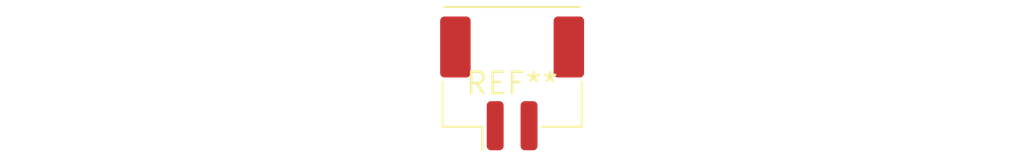
<source format=kicad_pcb>
(kicad_pcb (version 20240108) (generator pcbnew)
  (layers (0 "F.Cu" signal) (31 "B.Cu" signal) (34 "B.Paste" user) (35 "F.Paste" user) (36 "B.SilkS" user "B.Silkscreen") (37 "F.SilkS" user "F.Silkscreen") (38 "B.Mask" user) (39 "F.Mask" user) (44 "Edge.Cuts" user))
  (net 0 "")
  (footprint "Molex_CLIK-Mate_502443-0270_1x02-1MP_P2.00mm_Vertical" (layer "F.Cu") (at 0 0)
    (property "Reference" "REF**")
    (property "Value" "Molex_CLIK-Mate_502443-0270_1x02-1MP_P2.00mm_Vertical")
    (fp_line (start -4.11 -0.09) (end -4.11 2.56) (layer "F.SilkS") (stroke (width 0.12)))
    (fp_line (start -4.11 2.56) (end -1.76 2.56) (layer "F.SilkS") (stroke (width 0.12)))
    (fp_line (start -4 -4.51) (end 4 -4.51) (layer "F.SilkS") (stroke (width 0.12)))
    (fp_line (start -1.76 2.56) (end -1.76 3.95) (layer "F.SilkS") (stroke (width 0.12)))
    (fp_line (start 4.11 -0.09) (end 4.11 2.56) (layer "F.SilkS") (stroke (width 0.12)))
    (fp_line (start 4.11 2.56) (end 1.76 2.56) (layer "F.SilkS") (stroke (width 0.12)))
    (pad "1" smd roundrect (at -1 2.5) (size 1 2.9) (layers "F.Cu" "F.Paste" "F.Mask"))
    (pad "2" smd roundrect (at 1 2.5) (size 1 2.9) (layers "F.Cu" "F.Paste" "F.Mask"))
    (pad "MP" smd roundrect (at -3.35 -2.15) (size 1.8 3.6) (layers "F.Cu" "F.Paste" "F.Mask") (roundrect_rratio 0.138889))
    (pad "MP" smd roundrect (at 3.35 -2.15) (size 1.8 3.6) (layers "F.Cu" "F.Paste" "F.Mask") (roundrect_rratio 0.138889))
  )
)
</source>
